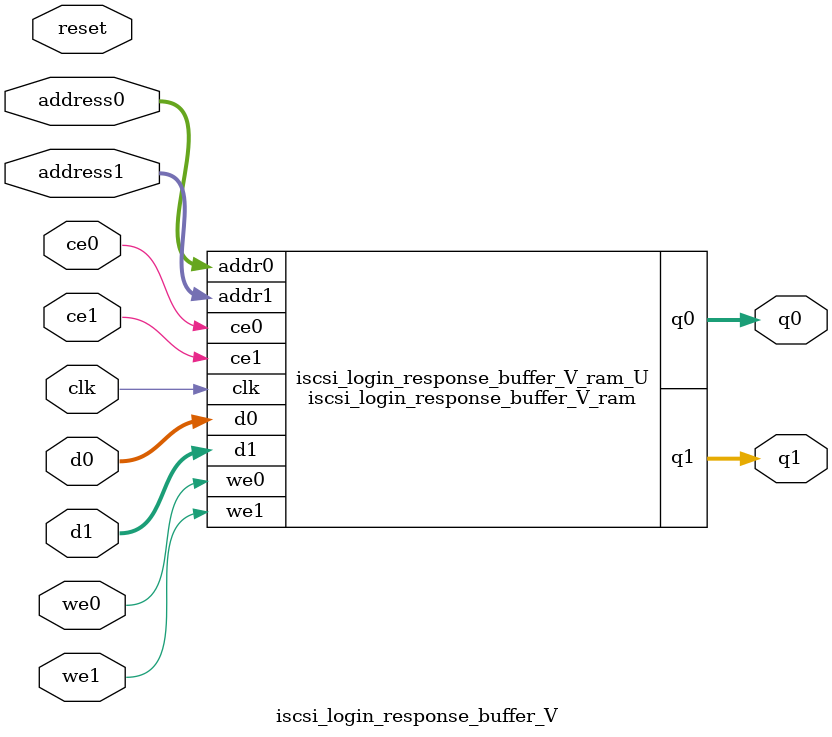
<source format=v>
`timescale 1 ns / 1 ps
module iscsi_login_response_buffer_V_ram (addr0, ce0, d0, we0, q0, addr1, ce1, d1, we1, q1,  clk);

parameter DWIDTH = 8;
parameter AWIDTH = 6;
parameter MEM_SIZE = 48;

input[AWIDTH-1:0] addr0;
input ce0;
input[DWIDTH-1:0] d0;
input we0;
output reg[DWIDTH-1:0] q0;
input[AWIDTH-1:0] addr1;
input ce1;
input[DWIDTH-1:0] d1;
input we1;
output reg[DWIDTH-1:0] q1;
input clk;

(* ram_style = "block" *)reg [DWIDTH-1:0] ram[0:MEM_SIZE-1];




always @(posedge clk)  
begin 
    if (ce0) 
    begin
        if (we0) 
        begin 
            ram[addr0] <= d0; 
        end 
        q0 <= ram[addr0];
    end
end


always @(posedge clk)  
begin 
    if (ce1) 
    begin
        if (we1) 
        begin 
            ram[addr1] <= d1; 
        end 
        q1 <= ram[addr1];
    end
end


endmodule

`timescale 1 ns / 1 ps
module iscsi_login_response_buffer_V(
    reset,
    clk,
    address0,
    ce0,
    we0,
    d0,
    q0,
    address1,
    ce1,
    we1,
    d1,
    q1);

parameter DataWidth = 32'd8;
parameter AddressRange = 32'd48;
parameter AddressWidth = 32'd6;
input reset;
input clk;
input[AddressWidth - 1:0] address0;
input ce0;
input we0;
input[DataWidth - 1:0] d0;
output[DataWidth - 1:0] q0;
input[AddressWidth - 1:0] address1;
input ce1;
input we1;
input[DataWidth - 1:0] d1;
output[DataWidth - 1:0] q1;



iscsi_login_response_buffer_V_ram iscsi_login_response_buffer_V_ram_U(
    .clk( clk ),
    .addr0( address0 ),
    .ce0( ce0 ),
    .we0( we0 ),
    .d0( d0 ),
    .q0( q0 ),
    .addr1( address1 ),
    .ce1( ce1 ),
    .we1( we1 ),
    .d1( d1 ),
    .q1( q1 ));

endmodule


</source>
